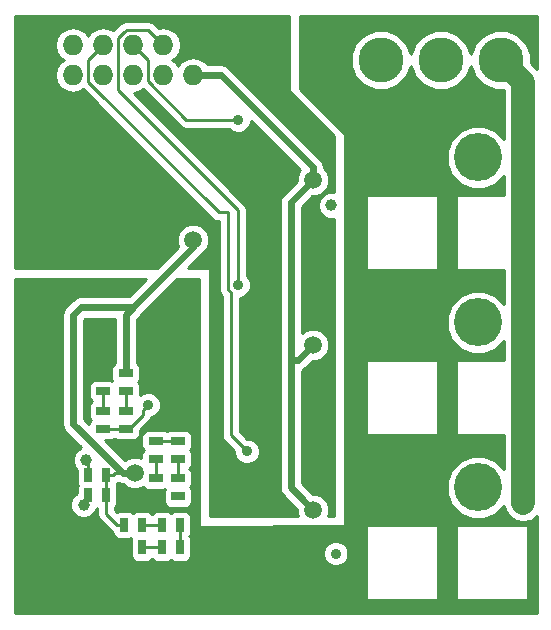
<source format=gbr>
%FSLAX46Y46*%
G04 Gerber Fmt 4.6, Leading zero omitted, Abs format (unit mm)*
G04 Created by KiCad (PCBNEW (2014-10-27 BZR 5228)-product) date 06.12.2014 02:57:52*
%MOMM*%
G01*
G04 APERTURE LIST*
%ADD10C,0.100000*%
%ADD11R,1.727200X1.727200*%
%ADD12O,1.727200X1.727200*%
%ADD13C,3.810000*%
%ADD14R,3.810000X3.810000*%
%ADD15C,4.064000*%
%ADD16R,1.143000X0.635000*%
%ADD17R,0.635000X1.143000*%
%ADD18C,1.500000*%
%ADD19C,2.200000*%
%ADD20C,0.889000*%
%ADD21C,1.000000*%
%ADD22C,0.254000*%
%ADD23C,0.600000*%
%ADD24C,2.000000*%
G04 APERTURE END LIST*
D10*
D11*
X186690000Y-32385000D03*
D12*
X186690000Y-34925000D03*
X184150000Y-32385000D03*
X184150000Y-34925000D03*
X181610000Y-32385000D03*
X181610000Y-34925000D03*
X179070000Y-32385000D03*
X179070000Y-34925000D03*
X176530000Y-32385000D03*
X176530000Y-34925000D03*
D13*
X202565000Y-33655000D03*
X207645000Y-33655000D03*
D14*
X197485000Y-33655000D03*
D13*
X212725000Y-33655000D03*
D15*
X210820000Y-41910000D03*
X210820000Y-69850000D03*
D16*
X185420000Y-67437000D03*
X185420000Y-65913000D03*
X180975000Y-63373000D03*
X180975000Y-64897000D03*
D17*
X184023000Y-73025000D03*
X185547000Y-73025000D03*
D16*
X185420000Y-70612000D03*
X185420000Y-69088000D03*
X183515000Y-67437000D03*
X183515000Y-65913000D03*
X183515000Y-70612000D03*
X183515000Y-69088000D03*
X180975000Y-60198000D03*
X180975000Y-61722000D03*
X179070000Y-63373000D03*
X179070000Y-64897000D03*
X179070000Y-60198000D03*
X179070000Y-61722000D03*
D17*
X180848000Y-73025000D03*
X182372000Y-73025000D03*
X184023000Y-74930000D03*
X185547000Y-74930000D03*
X180848000Y-74930000D03*
X182372000Y-74930000D03*
X177800000Y-68834000D03*
X179324000Y-68834000D03*
X177800000Y-70485000D03*
X179324000Y-70485000D03*
D15*
X210820000Y-55880000D03*
D18*
X181771020Y-68630291D03*
X186690000Y-48895000D03*
D19*
X184150000Y-56515000D03*
D20*
X205740000Y-40005000D03*
X205740000Y-67945000D03*
X174625000Y-53975000D03*
X205740000Y-53975000D03*
D21*
X198374000Y-45974000D03*
D20*
X182880000Y-62865000D03*
X198763940Y-75448770D03*
X214630000Y-71138054D03*
X214630000Y-57253510D03*
X214630000Y-43180000D03*
D18*
X196850000Y-43815000D03*
X196850000Y-57785000D03*
X196850000Y-71755000D03*
X196850000Y-40005000D03*
D20*
X196215000Y-53975000D03*
X196215000Y-67945000D03*
D21*
X177632373Y-67521715D03*
X177429033Y-71322982D03*
D20*
X190500000Y-52705000D03*
X190500000Y-38735000D03*
X191245790Y-66785790D03*
D22*
X179324000Y-70485000D02*
X179324000Y-72072500D01*
X179324000Y-72072500D02*
X180276500Y-73025000D01*
X180276500Y-73025000D02*
X180848000Y-73025000D01*
X179324000Y-70485000D02*
X179324000Y-68834000D01*
X179324000Y-68834000D02*
X179895500Y-68834000D01*
X179895500Y-68834000D02*
X180099209Y-68630291D01*
X180099209Y-68630291D02*
X180710360Y-68630291D01*
D23*
X180710360Y-68630291D02*
X181771020Y-68630291D01*
X176530000Y-64449931D02*
X180710360Y-68630291D01*
X176530000Y-55245000D02*
X176530000Y-64449931D01*
X177165000Y-54610000D02*
X176530000Y-55245000D01*
X181610000Y-54610000D02*
X177165000Y-54610000D01*
X186690000Y-49530000D02*
X186690000Y-48895000D01*
X181610000Y-54610000D02*
X186690000Y-49530000D01*
X180975000Y-60198000D02*
X180975000Y-55245000D01*
X180975000Y-55245000D02*
X181610000Y-54610000D01*
D22*
X183515000Y-69088000D02*
X183515000Y-67437000D01*
X183515000Y-65913000D02*
X185420000Y-65913000D01*
D24*
X205740000Y-53975000D02*
X205740000Y-55530634D01*
D22*
X179070000Y-59626500D02*
X178435000Y-58991500D01*
X179070000Y-60198000D02*
X179070000Y-59626500D01*
X179070000Y-63373000D02*
X179070000Y-61722000D01*
X180975000Y-64897000D02*
X179070000Y-64897000D01*
X182435501Y-63309499D02*
X182880000Y-62865000D01*
X182435501Y-63690499D02*
X182435501Y-63309499D01*
X181229000Y-64897000D02*
X182435501Y-63690499D01*
X180975000Y-64897000D02*
X181229000Y-64897000D01*
X184023000Y-74930000D02*
X182372000Y-74930000D01*
X185547000Y-74930000D02*
X185547000Y-73025000D01*
D24*
X214630000Y-57253510D02*
X214630000Y-71138054D01*
X214630000Y-43180000D02*
X214630000Y-57253510D01*
X212725000Y-33655000D02*
X214630000Y-35560000D01*
X214630000Y-35560000D02*
X214630000Y-43180000D01*
D22*
X214630000Y-57253510D02*
X214630000Y-43815000D01*
D23*
X196850000Y-42754340D02*
X196850000Y-43815000D01*
X189020660Y-34925000D02*
X196850000Y-42754340D01*
X186690000Y-34925000D02*
X189020660Y-34925000D01*
X195465001Y-45199999D02*
X196850000Y-43815000D01*
X194945000Y-59092667D02*
X194945000Y-45720000D01*
X194945000Y-45720000D02*
X195465001Y-45199999D01*
X195542333Y-59092667D02*
X196100001Y-58534999D01*
X194945000Y-59092667D02*
X195542333Y-59092667D01*
X196100001Y-58534999D02*
X196850000Y-57785000D01*
X196100001Y-71005001D02*
X196850000Y-71755000D01*
X194945000Y-69850000D02*
X196100001Y-71005001D01*
X194945000Y-59092667D02*
X194945000Y-69850000D01*
D22*
X185420000Y-67437000D02*
X185420000Y-69088000D01*
X180975000Y-63373000D02*
X180975000Y-61722000D01*
X184023000Y-73025000D02*
X182372000Y-73025000D01*
X177800000Y-68834000D02*
X177800000Y-67689342D01*
X177800000Y-67689342D02*
X177632373Y-67521715D01*
X177800000Y-70485000D02*
X177800000Y-70952015D01*
X177800000Y-70952015D02*
X177429033Y-71322982D01*
X180365399Y-31787591D02*
X180895029Y-31257961D01*
X180895029Y-31257961D02*
X181012591Y-31140399D01*
X180314601Y-31775399D02*
X180832039Y-31257961D01*
X180832039Y-31257961D02*
X180895029Y-31257961D01*
X190500000Y-46355000D02*
X180314601Y-36169601D01*
X180314601Y-36169601D02*
X180314601Y-31775399D01*
X190500000Y-52705000D02*
X190500000Y-46355000D01*
X181012591Y-31140399D02*
X182905399Y-31140399D01*
X182905399Y-31140399D02*
X183286401Y-31521401D01*
X183286401Y-31521401D02*
X184150000Y-32385000D01*
X190500000Y-38735000D02*
X186117990Y-38735000D01*
X186117990Y-38735000D02*
X182854601Y-35471611D01*
X182854601Y-35471611D02*
X182854601Y-33629601D01*
X182854601Y-33629601D02*
X182473599Y-33248599D01*
X182473599Y-33248599D02*
X181610000Y-32385000D01*
X191245790Y-66785790D02*
X189865000Y-65405000D01*
X178206401Y-33248599D02*
X179070000Y-32385000D01*
X189865000Y-65405000D02*
X189865000Y-53340000D01*
X189865000Y-53340000D02*
X189674499Y-53149499D01*
X189674499Y-53149499D02*
X189674499Y-46545501D01*
X189674499Y-46545501D02*
X188848491Y-46545501D01*
X188848491Y-46545501D02*
X177825399Y-35522409D01*
X177825399Y-35522409D02*
X177825399Y-33629601D01*
X177825399Y-33629601D02*
X178206401Y-33248599D01*
G36*
X180040000Y-59345974D02*
X179865173Y-59520801D01*
X179768500Y-59754190D01*
X179768500Y-60006809D01*
X179768500Y-60641809D01*
X179832488Y-60796290D01*
X179767810Y-60769500D01*
X179515191Y-60769500D01*
X178372191Y-60769500D01*
X178138802Y-60866173D01*
X177960173Y-61044801D01*
X177863500Y-61278190D01*
X177863500Y-61530809D01*
X177863500Y-62165809D01*
X177960173Y-62399198D01*
X178108474Y-62547500D01*
X177960173Y-62695801D01*
X177863500Y-62929190D01*
X177863500Y-63181809D01*
X177863500Y-63816809D01*
X177960173Y-64050198D01*
X178044974Y-64134999D01*
X177960173Y-64219801D01*
X177863500Y-64453190D01*
X177863500Y-64461141D01*
X177465000Y-64062641D01*
X177465000Y-55632290D01*
X177552290Y-55545000D01*
X180040000Y-55545000D01*
X180040000Y-59345974D01*
X180040000Y-59345974D01*
G37*
X180040000Y-59345974D02*
X179865173Y-59520801D01*
X179768500Y-59754190D01*
X179768500Y-60006809D01*
X179768500Y-60641809D01*
X179832488Y-60796290D01*
X179767810Y-60769500D01*
X179515191Y-60769500D01*
X178372191Y-60769500D01*
X178138802Y-60866173D01*
X177960173Y-61044801D01*
X177863500Y-61278190D01*
X177863500Y-61530809D01*
X177863500Y-62165809D01*
X177960173Y-62399198D01*
X178108474Y-62547500D01*
X177960173Y-62695801D01*
X177863500Y-62929190D01*
X177863500Y-63181809D01*
X177863500Y-63816809D01*
X177960173Y-64050198D01*
X178044974Y-64134999D01*
X177960173Y-64219801D01*
X177863500Y-64453190D01*
X177863500Y-64461141D01*
X177465000Y-64062641D01*
X177465000Y-55632290D01*
X177552290Y-55545000D01*
X180040000Y-55545000D01*
X180040000Y-59345974D01*
G36*
X215773000Y-80518000D02*
X215011000Y-80518000D01*
X215011000Y-79375000D01*
X215011000Y-73025000D01*
X208915000Y-73025000D01*
X208915000Y-79375000D01*
X215011000Y-79375000D01*
X215011000Y-80518000D01*
X207391000Y-80518000D01*
X207391000Y-79375000D01*
X207391000Y-73025000D01*
X207391000Y-65405000D01*
X207391000Y-59055000D01*
X207391000Y-51435000D01*
X207391000Y-45085000D01*
X201295000Y-45085000D01*
X201295000Y-51435000D01*
X207391000Y-51435000D01*
X207391000Y-59055000D01*
X201295000Y-59055000D01*
X201295000Y-65405000D01*
X207391000Y-65405000D01*
X207391000Y-73025000D01*
X201295000Y-73025000D01*
X201295000Y-79375000D01*
X207391000Y-79375000D01*
X207391000Y-80518000D01*
X199843627Y-80518000D01*
X199843627Y-75234986D01*
X199679629Y-74838081D01*
X199376226Y-74534148D01*
X198979608Y-74369457D01*
X198550156Y-74369083D01*
X198153251Y-74533081D01*
X197849318Y-74836484D01*
X197684627Y-75233102D01*
X197684253Y-75662554D01*
X197848251Y-76059459D01*
X198151654Y-76363392D01*
X198548272Y-76528083D01*
X198977724Y-76528457D01*
X199374629Y-76364459D01*
X199678562Y-76061056D01*
X199843253Y-75664438D01*
X199843627Y-75234986D01*
X199843627Y-80518000D01*
X171577000Y-80518000D01*
X171577000Y-52197000D01*
X182700709Y-52197000D01*
X181222710Y-53675000D01*
X177165000Y-53675000D01*
X176807191Y-53746173D01*
X176503855Y-53948855D01*
X175868855Y-54583855D01*
X175666173Y-54887191D01*
X175595000Y-55245000D01*
X175595000Y-64449931D01*
X175666173Y-64807740D01*
X175868855Y-65111076D01*
X177221281Y-66463502D01*
X176990287Y-66558948D01*
X176670728Y-66877950D01*
X176497570Y-67294959D01*
X176497176Y-67746490D01*
X176669606Y-68163801D01*
X176847500Y-68342005D01*
X176847500Y-68388809D01*
X176847500Y-69531809D01*
X176900391Y-69659499D01*
X176847500Y-69787190D01*
X176847500Y-70039809D01*
X176847500Y-70335194D01*
X176786947Y-70360215D01*
X176467388Y-70679217D01*
X176294230Y-71096226D01*
X176293836Y-71547757D01*
X176466266Y-71965068D01*
X176785268Y-72284627D01*
X177202277Y-72457785D01*
X177653808Y-72458179D01*
X178071119Y-72285749D01*
X178390678Y-71966747D01*
X178562000Y-71554159D01*
X178562000Y-72072500D01*
X178620004Y-72364105D01*
X178785185Y-72611315D01*
X179737684Y-73563815D01*
X179737685Y-73563815D01*
X179895500Y-73669264D01*
X179895500Y-73722809D01*
X179992173Y-73956198D01*
X180170801Y-74134827D01*
X180404190Y-74231500D01*
X180656809Y-74231500D01*
X181291809Y-74231500D01*
X181446290Y-74167511D01*
X181419500Y-74232190D01*
X181419500Y-74484809D01*
X181419500Y-75627809D01*
X181516173Y-75861198D01*
X181694801Y-76039827D01*
X181928190Y-76136500D01*
X182180809Y-76136500D01*
X182815809Y-76136500D01*
X183049198Y-76039827D01*
X183197500Y-75891525D01*
X183345801Y-76039827D01*
X183579190Y-76136500D01*
X183831809Y-76136500D01*
X184466809Y-76136500D01*
X184700198Y-76039827D01*
X184784999Y-75955025D01*
X184869801Y-76039827D01*
X185103190Y-76136500D01*
X185355809Y-76136500D01*
X185990809Y-76136500D01*
X186224198Y-76039827D01*
X186402827Y-75861199D01*
X186499500Y-75627810D01*
X186499500Y-75375191D01*
X186499500Y-74232191D01*
X186402827Y-73998802D01*
X186381525Y-73977500D01*
X186402827Y-73956199D01*
X186499500Y-73722810D01*
X186499500Y-73470191D01*
X186499500Y-72327191D01*
X186402827Y-72093802D01*
X186224199Y-71915173D01*
X185990810Y-71818500D01*
X185738191Y-71818500D01*
X185103191Y-71818500D01*
X184869802Y-71915173D01*
X184785000Y-71999974D01*
X184700199Y-71915173D01*
X184466810Y-71818500D01*
X184214191Y-71818500D01*
X183579191Y-71818500D01*
X183345802Y-71915173D01*
X183197499Y-72063474D01*
X183049199Y-71915173D01*
X182815810Y-71818500D01*
X182563191Y-71818500D01*
X181928191Y-71818500D01*
X181694802Y-71915173D01*
X181610000Y-71999974D01*
X181525199Y-71915173D01*
X181291810Y-71818500D01*
X181039191Y-71818500D01*
X180404191Y-71818500D01*
X180222775Y-71893644D01*
X180086000Y-71756869D01*
X180086000Y-71510025D01*
X180179827Y-71416199D01*
X180276500Y-71182810D01*
X180276500Y-70930191D01*
X180276500Y-69787191D01*
X180223608Y-69659500D01*
X180276500Y-69531810D01*
X180276500Y-69478263D01*
X180302661Y-69460783D01*
X180352551Y-69494118D01*
X180710360Y-69565291D01*
X180747410Y-69565291D01*
X180985456Y-69803752D01*
X181494318Y-70015050D01*
X182045305Y-70015531D01*
X182477094Y-69837119D01*
X182583801Y-69943827D01*
X182817190Y-70040500D01*
X183069809Y-70040500D01*
X184212809Y-70040500D01*
X184277488Y-70013708D01*
X184213500Y-70168190D01*
X184213500Y-70420809D01*
X184213500Y-71055809D01*
X184310173Y-71289198D01*
X184488801Y-71467827D01*
X184722190Y-71564500D01*
X184974809Y-71564500D01*
X186117809Y-71564500D01*
X186351198Y-71467827D01*
X186529827Y-71289199D01*
X186626500Y-71055810D01*
X186626500Y-70803191D01*
X186626500Y-70168191D01*
X186529827Y-69934802D01*
X186445025Y-69850000D01*
X186529827Y-69765199D01*
X186626500Y-69531810D01*
X186626500Y-69279191D01*
X186626500Y-68644191D01*
X186529827Y-68410802D01*
X186381525Y-68262499D01*
X186529827Y-68114199D01*
X186626500Y-67880810D01*
X186626500Y-67628191D01*
X186626500Y-66993191D01*
X186529827Y-66759802D01*
X186445025Y-66675000D01*
X186529827Y-66590199D01*
X186626500Y-66356810D01*
X186626500Y-66104191D01*
X186626500Y-65469191D01*
X186529827Y-65235802D01*
X186351199Y-65057173D01*
X186117810Y-64960500D01*
X185865191Y-64960500D01*
X184722191Y-64960500D01*
X184488802Y-65057173D01*
X184467500Y-65078474D01*
X184446199Y-65057173D01*
X184212810Y-64960500D01*
X183960191Y-64960500D01*
X182817191Y-64960500D01*
X182583802Y-65057173D01*
X182405173Y-65235801D01*
X182308500Y-65469190D01*
X182308500Y-65721809D01*
X182308500Y-66356809D01*
X182405173Y-66590198D01*
X182489974Y-66674999D01*
X182405173Y-66759801D01*
X182308500Y-66993190D01*
X182308500Y-67245809D01*
X182308500Y-67353816D01*
X182047722Y-67245532D01*
X181496735Y-67245051D01*
X180987505Y-67455460D01*
X180922605Y-67520246D01*
X179251859Y-65849500D01*
X179767809Y-65849500D01*
X180001198Y-65752827D01*
X180022499Y-65731525D01*
X180043801Y-65752827D01*
X180277190Y-65849500D01*
X180529809Y-65849500D01*
X181672809Y-65849500D01*
X181906198Y-65752827D01*
X182084827Y-65574199D01*
X182181500Y-65340810D01*
X182181500Y-65088191D01*
X182181500Y-65022130D01*
X182974316Y-64229314D01*
X183139497Y-63982104D01*
X183151699Y-63920756D01*
X183490689Y-63780689D01*
X183794622Y-63477286D01*
X183959313Y-63080668D01*
X183959687Y-62651216D01*
X183795689Y-62254311D01*
X183492286Y-61950378D01*
X183095668Y-61785687D01*
X182666216Y-61785313D01*
X182269311Y-61949311D01*
X182181500Y-62036968D01*
X182181500Y-61913191D01*
X182181500Y-61278191D01*
X182084827Y-61044802D01*
X182000025Y-60960000D01*
X182084827Y-60875199D01*
X182181500Y-60641810D01*
X182181500Y-60389191D01*
X182181500Y-59754191D01*
X182084827Y-59520802D01*
X181910000Y-59345974D01*
X181910000Y-55632290D01*
X182271145Y-55271145D01*
X185345290Y-52197000D01*
X187198000Y-52197000D01*
X187198000Y-73159033D01*
X199517000Y-73151927D01*
X199517000Y-39952395D01*
X195707000Y-36142395D01*
X195707000Y-29972000D01*
X215773000Y-29972000D01*
X215773000Y-34390760D01*
X215264803Y-33882563D01*
X215265440Y-33151979D01*
X214879563Y-32218085D01*
X214165673Y-31502948D01*
X213232454Y-31115441D01*
X212221979Y-31114560D01*
X211288085Y-31500437D01*
X210572948Y-32214327D01*
X210185441Y-33147546D01*
X210185437Y-33151972D01*
X209799563Y-32218085D01*
X209085673Y-31502948D01*
X208152454Y-31115441D01*
X207141979Y-31114560D01*
X206208085Y-31500437D01*
X205492948Y-32214327D01*
X205105441Y-33147546D01*
X205105437Y-33151972D01*
X204719563Y-32218085D01*
X204005673Y-31502948D01*
X203072454Y-31115441D01*
X202061979Y-31114560D01*
X201128085Y-31500437D01*
X200412948Y-32214327D01*
X200025441Y-33147546D01*
X200024560Y-34158021D01*
X200410437Y-35091915D01*
X201124327Y-35807052D01*
X202057546Y-36194559D01*
X203068021Y-36195440D01*
X204001915Y-35809563D01*
X204717052Y-35095673D01*
X205104559Y-34162454D01*
X205104562Y-34158027D01*
X205490437Y-35091915D01*
X206204327Y-35807052D01*
X207137546Y-36194559D01*
X208148021Y-36195440D01*
X209081915Y-35809563D01*
X209797052Y-35095673D01*
X210184559Y-34162454D01*
X210184562Y-34158027D01*
X210570437Y-35091915D01*
X211284327Y-35807052D01*
X212217546Y-36194559D01*
X212952960Y-36195200D01*
X212995000Y-36237239D01*
X212995000Y-40313795D01*
X212332707Y-39650345D01*
X211352827Y-39243464D01*
X210291828Y-39242538D01*
X209311239Y-39647709D01*
X208560345Y-40397293D01*
X208153464Y-41377173D01*
X208152538Y-42438172D01*
X208557709Y-43418761D01*
X209307293Y-44169655D01*
X210287173Y-44576536D01*
X211348172Y-44577462D01*
X212328761Y-44172291D01*
X212995000Y-43507214D01*
X212995000Y-45085000D01*
X208915000Y-45085000D01*
X208915000Y-51435000D01*
X212995000Y-51435000D01*
X212995000Y-54283795D01*
X212332707Y-53620345D01*
X211352827Y-53213464D01*
X210291828Y-53212538D01*
X209311239Y-53617709D01*
X208560345Y-54367293D01*
X208153464Y-55347173D01*
X208152538Y-56408172D01*
X208557709Y-57388761D01*
X209307293Y-58139655D01*
X210287173Y-58546536D01*
X211348172Y-58547462D01*
X212328761Y-58142291D01*
X212995000Y-57477214D01*
X212995000Y-59055000D01*
X208915000Y-59055000D01*
X208915000Y-65405000D01*
X212995000Y-65405000D01*
X212995000Y-68253795D01*
X212332707Y-67590345D01*
X211352827Y-67183464D01*
X210291828Y-67182538D01*
X209311239Y-67587709D01*
X208560345Y-68337293D01*
X208153464Y-69317173D01*
X208152538Y-70378172D01*
X208557709Y-71358761D01*
X209307293Y-72109655D01*
X210287173Y-72516536D01*
X211348172Y-72517462D01*
X212328761Y-72112291D01*
X213046307Y-71395995D01*
X213119457Y-71763741D01*
X213473880Y-72294174D01*
X214004313Y-72648597D01*
X214630000Y-72773054D01*
X215255687Y-72648597D01*
X215773000Y-72302940D01*
X215773000Y-80518000D01*
X215773000Y-80518000D01*
G37*
X215773000Y-80518000D02*
X215011000Y-80518000D01*
X215011000Y-79375000D01*
X215011000Y-73025000D01*
X208915000Y-73025000D01*
X208915000Y-79375000D01*
X215011000Y-79375000D01*
X215011000Y-80518000D01*
X207391000Y-80518000D01*
X207391000Y-79375000D01*
X207391000Y-73025000D01*
X207391000Y-65405000D01*
X207391000Y-59055000D01*
X207391000Y-51435000D01*
X207391000Y-45085000D01*
X201295000Y-45085000D01*
X201295000Y-51435000D01*
X207391000Y-51435000D01*
X207391000Y-59055000D01*
X201295000Y-59055000D01*
X201295000Y-65405000D01*
X207391000Y-65405000D01*
X207391000Y-73025000D01*
X201295000Y-73025000D01*
X201295000Y-79375000D01*
X207391000Y-79375000D01*
X207391000Y-80518000D01*
X199843627Y-80518000D01*
X199843627Y-75234986D01*
X199679629Y-74838081D01*
X199376226Y-74534148D01*
X198979608Y-74369457D01*
X198550156Y-74369083D01*
X198153251Y-74533081D01*
X197849318Y-74836484D01*
X197684627Y-75233102D01*
X197684253Y-75662554D01*
X197848251Y-76059459D01*
X198151654Y-76363392D01*
X198548272Y-76528083D01*
X198977724Y-76528457D01*
X199374629Y-76364459D01*
X199678562Y-76061056D01*
X199843253Y-75664438D01*
X199843627Y-75234986D01*
X199843627Y-80518000D01*
X171577000Y-80518000D01*
X171577000Y-52197000D01*
X182700709Y-52197000D01*
X181222710Y-53675000D01*
X177165000Y-53675000D01*
X176807191Y-53746173D01*
X176503855Y-53948855D01*
X175868855Y-54583855D01*
X175666173Y-54887191D01*
X175595000Y-55245000D01*
X175595000Y-64449931D01*
X175666173Y-64807740D01*
X175868855Y-65111076D01*
X177221281Y-66463502D01*
X176990287Y-66558948D01*
X176670728Y-66877950D01*
X176497570Y-67294959D01*
X176497176Y-67746490D01*
X176669606Y-68163801D01*
X176847500Y-68342005D01*
X176847500Y-68388809D01*
X176847500Y-69531809D01*
X176900391Y-69659499D01*
X176847500Y-69787190D01*
X176847500Y-70039809D01*
X176847500Y-70335194D01*
X176786947Y-70360215D01*
X176467388Y-70679217D01*
X176294230Y-71096226D01*
X176293836Y-71547757D01*
X176466266Y-71965068D01*
X176785268Y-72284627D01*
X177202277Y-72457785D01*
X177653808Y-72458179D01*
X178071119Y-72285749D01*
X178390678Y-71966747D01*
X178562000Y-71554159D01*
X178562000Y-72072500D01*
X178620004Y-72364105D01*
X178785185Y-72611315D01*
X179737684Y-73563815D01*
X179737685Y-73563815D01*
X179895500Y-73669264D01*
X179895500Y-73722809D01*
X179992173Y-73956198D01*
X180170801Y-74134827D01*
X180404190Y-74231500D01*
X180656809Y-74231500D01*
X181291809Y-74231500D01*
X181446290Y-74167511D01*
X181419500Y-74232190D01*
X181419500Y-74484809D01*
X181419500Y-75627809D01*
X181516173Y-75861198D01*
X181694801Y-76039827D01*
X181928190Y-76136500D01*
X182180809Y-76136500D01*
X182815809Y-76136500D01*
X183049198Y-76039827D01*
X183197500Y-75891525D01*
X183345801Y-76039827D01*
X183579190Y-76136500D01*
X183831809Y-76136500D01*
X184466809Y-76136500D01*
X184700198Y-76039827D01*
X184784999Y-75955025D01*
X184869801Y-76039827D01*
X185103190Y-76136500D01*
X185355809Y-76136500D01*
X185990809Y-76136500D01*
X186224198Y-76039827D01*
X186402827Y-75861199D01*
X186499500Y-75627810D01*
X186499500Y-75375191D01*
X186499500Y-74232191D01*
X186402827Y-73998802D01*
X186381525Y-73977500D01*
X186402827Y-73956199D01*
X186499500Y-73722810D01*
X186499500Y-73470191D01*
X186499500Y-72327191D01*
X186402827Y-72093802D01*
X186224199Y-71915173D01*
X185990810Y-71818500D01*
X185738191Y-71818500D01*
X185103191Y-71818500D01*
X184869802Y-71915173D01*
X184785000Y-71999974D01*
X184700199Y-71915173D01*
X184466810Y-71818500D01*
X184214191Y-71818500D01*
X183579191Y-71818500D01*
X183345802Y-71915173D01*
X183197499Y-72063474D01*
X183049199Y-71915173D01*
X182815810Y-71818500D01*
X182563191Y-71818500D01*
X181928191Y-71818500D01*
X181694802Y-71915173D01*
X181610000Y-71999974D01*
X181525199Y-71915173D01*
X181291810Y-71818500D01*
X181039191Y-71818500D01*
X180404191Y-71818500D01*
X180222775Y-71893644D01*
X180086000Y-71756869D01*
X180086000Y-71510025D01*
X180179827Y-71416199D01*
X180276500Y-71182810D01*
X180276500Y-70930191D01*
X180276500Y-69787191D01*
X180223608Y-69659500D01*
X180276500Y-69531810D01*
X180276500Y-69478263D01*
X180302661Y-69460783D01*
X180352551Y-69494118D01*
X180710360Y-69565291D01*
X180747410Y-69565291D01*
X180985456Y-69803752D01*
X181494318Y-70015050D01*
X182045305Y-70015531D01*
X182477094Y-69837119D01*
X182583801Y-69943827D01*
X182817190Y-70040500D01*
X183069809Y-70040500D01*
X184212809Y-70040500D01*
X184277488Y-70013708D01*
X184213500Y-70168190D01*
X184213500Y-70420809D01*
X184213500Y-71055809D01*
X184310173Y-71289198D01*
X184488801Y-71467827D01*
X184722190Y-71564500D01*
X184974809Y-71564500D01*
X186117809Y-71564500D01*
X186351198Y-71467827D01*
X186529827Y-71289199D01*
X186626500Y-71055810D01*
X186626500Y-70803191D01*
X186626500Y-70168191D01*
X186529827Y-69934802D01*
X186445025Y-69850000D01*
X186529827Y-69765199D01*
X186626500Y-69531810D01*
X186626500Y-69279191D01*
X186626500Y-68644191D01*
X186529827Y-68410802D01*
X186381525Y-68262499D01*
X186529827Y-68114199D01*
X186626500Y-67880810D01*
X186626500Y-67628191D01*
X186626500Y-66993191D01*
X186529827Y-66759802D01*
X186445025Y-66675000D01*
X186529827Y-66590199D01*
X186626500Y-66356810D01*
X186626500Y-66104191D01*
X186626500Y-65469191D01*
X186529827Y-65235802D01*
X186351199Y-65057173D01*
X186117810Y-64960500D01*
X185865191Y-64960500D01*
X184722191Y-64960500D01*
X184488802Y-65057173D01*
X184467500Y-65078474D01*
X184446199Y-65057173D01*
X184212810Y-64960500D01*
X183960191Y-64960500D01*
X182817191Y-64960500D01*
X182583802Y-65057173D01*
X182405173Y-65235801D01*
X182308500Y-65469190D01*
X182308500Y-65721809D01*
X182308500Y-66356809D01*
X182405173Y-66590198D01*
X182489974Y-66674999D01*
X182405173Y-66759801D01*
X182308500Y-66993190D01*
X182308500Y-67245809D01*
X182308500Y-67353816D01*
X182047722Y-67245532D01*
X181496735Y-67245051D01*
X180987505Y-67455460D01*
X180922605Y-67520246D01*
X179251859Y-65849500D01*
X179767809Y-65849500D01*
X180001198Y-65752827D01*
X180022499Y-65731525D01*
X180043801Y-65752827D01*
X180277190Y-65849500D01*
X180529809Y-65849500D01*
X181672809Y-65849500D01*
X181906198Y-65752827D01*
X182084827Y-65574199D01*
X182181500Y-65340810D01*
X182181500Y-65088191D01*
X182181500Y-65022130D01*
X182974316Y-64229314D01*
X183139497Y-63982104D01*
X183151699Y-63920756D01*
X183490689Y-63780689D01*
X183794622Y-63477286D01*
X183959313Y-63080668D01*
X183959687Y-62651216D01*
X183795689Y-62254311D01*
X183492286Y-61950378D01*
X183095668Y-61785687D01*
X182666216Y-61785313D01*
X182269311Y-61949311D01*
X182181500Y-62036968D01*
X182181500Y-61913191D01*
X182181500Y-61278191D01*
X182084827Y-61044802D01*
X182000025Y-60960000D01*
X182084827Y-60875199D01*
X182181500Y-60641810D01*
X182181500Y-60389191D01*
X182181500Y-59754191D01*
X182084827Y-59520802D01*
X181910000Y-59345974D01*
X181910000Y-55632290D01*
X182271145Y-55271145D01*
X185345290Y-52197000D01*
X187198000Y-52197000D01*
X187198000Y-73159033D01*
X199517000Y-73151927D01*
X199517000Y-39952395D01*
X195707000Y-36142395D01*
X195707000Y-29972000D01*
X215773000Y-29972000D01*
X215773000Y-34390760D01*
X215264803Y-33882563D01*
X215265440Y-33151979D01*
X214879563Y-32218085D01*
X214165673Y-31502948D01*
X213232454Y-31115441D01*
X212221979Y-31114560D01*
X211288085Y-31500437D01*
X210572948Y-32214327D01*
X210185441Y-33147546D01*
X210185437Y-33151972D01*
X209799563Y-32218085D01*
X209085673Y-31502948D01*
X208152454Y-31115441D01*
X207141979Y-31114560D01*
X206208085Y-31500437D01*
X205492948Y-32214327D01*
X205105441Y-33147546D01*
X205105437Y-33151972D01*
X204719563Y-32218085D01*
X204005673Y-31502948D01*
X203072454Y-31115441D01*
X202061979Y-31114560D01*
X201128085Y-31500437D01*
X200412948Y-32214327D01*
X200025441Y-33147546D01*
X200024560Y-34158021D01*
X200410437Y-35091915D01*
X201124327Y-35807052D01*
X202057546Y-36194559D01*
X203068021Y-36195440D01*
X204001915Y-35809563D01*
X204717052Y-35095673D01*
X205104559Y-34162454D01*
X205104562Y-34158027D01*
X205490437Y-35091915D01*
X206204327Y-35807052D01*
X207137546Y-36194559D01*
X208148021Y-36195440D01*
X209081915Y-35809563D01*
X209797052Y-35095673D01*
X210184559Y-34162454D01*
X210184562Y-34158027D01*
X210570437Y-35091915D01*
X211284327Y-35807052D01*
X212217546Y-36194559D01*
X212952960Y-36195200D01*
X212995000Y-36237239D01*
X212995000Y-40313795D01*
X212332707Y-39650345D01*
X211352827Y-39243464D01*
X210291828Y-39242538D01*
X209311239Y-39647709D01*
X208560345Y-40397293D01*
X208153464Y-41377173D01*
X208152538Y-42438172D01*
X208557709Y-43418761D01*
X209307293Y-44169655D01*
X210287173Y-44576536D01*
X211348172Y-44577462D01*
X212328761Y-44172291D01*
X212995000Y-43507214D01*
X212995000Y-45085000D01*
X208915000Y-45085000D01*
X208915000Y-51435000D01*
X212995000Y-51435000D01*
X212995000Y-54283795D01*
X212332707Y-53620345D01*
X211352827Y-53213464D01*
X210291828Y-53212538D01*
X209311239Y-53617709D01*
X208560345Y-54367293D01*
X208153464Y-55347173D01*
X208152538Y-56408172D01*
X208557709Y-57388761D01*
X209307293Y-58139655D01*
X210287173Y-58546536D01*
X211348172Y-58547462D01*
X212328761Y-58142291D01*
X212995000Y-57477214D01*
X212995000Y-59055000D01*
X208915000Y-59055000D01*
X208915000Y-65405000D01*
X212995000Y-65405000D01*
X212995000Y-68253795D01*
X212332707Y-67590345D01*
X211352827Y-67183464D01*
X210291828Y-67182538D01*
X209311239Y-67587709D01*
X208560345Y-68337293D01*
X208153464Y-69317173D01*
X208152538Y-70378172D01*
X208557709Y-71358761D01*
X209307293Y-72109655D01*
X210287173Y-72516536D01*
X211348172Y-72517462D01*
X212328761Y-72112291D01*
X213046307Y-71395995D01*
X213119457Y-71763741D01*
X213473880Y-72294174D01*
X214004313Y-72648597D01*
X214630000Y-72773054D01*
X215255687Y-72648597D01*
X215773000Y-72302940D01*
X215773000Y-80518000D01*
G36*
X198628000Y-72263000D02*
X198138715Y-72263000D01*
X198234759Y-72031702D01*
X198235240Y-71480715D01*
X198024831Y-70971485D01*
X197635564Y-70581539D01*
X197126702Y-70370241D01*
X196787234Y-70369944D01*
X196761146Y-70343856D01*
X195880000Y-69462710D01*
X195880000Y-59960500D01*
X195900142Y-59956494D01*
X196203478Y-59753812D01*
X196761146Y-59196144D01*
X196787344Y-59169945D01*
X197124285Y-59170240D01*
X197633515Y-58959831D01*
X198023461Y-58570564D01*
X198234759Y-58061702D01*
X198235240Y-57510715D01*
X198024831Y-57001485D01*
X197635564Y-56611539D01*
X197126702Y-56400241D01*
X196575715Y-56399760D01*
X196066485Y-56610169D01*
X195880000Y-56796329D01*
X195880000Y-46107290D01*
X196126146Y-45861144D01*
X196787344Y-45199945D01*
X197124285Y-45200240D01*
X197633515Y-44989831D01*
X198023461Y-44600564D01*
X198234759Y-44091702D01*
X198235240Y-43540715D01*
X198024831Y-43031485D01*
X197785000Y-42791235D01*
X197785000Y-42754340D01*
X197713827Y-42396531D01*
X197511145Y-42093195D01*
X189681805Y-34263855D01*
X189378469Y-34061173D01*
X189020660Y-33990000D01*
X187862330Y-33990000D01*
X187779029Y-33865330D01*
X187292848Y-33540474D01*
X186719359Y-33426400D01*
X186660641Y-33426400D01*
X186087152Y-33540474D01*
X185600971Y-33865330D01*
X185420000Y-34136172D01*
X185239029Y-33865330D01*
X184924248Y-33655000D01*
X185239029Y-33444670D01*
X185563885Y-32958489D01*
X185677959Y-32385000D01*
X185563885Y-31811511D01*
X185239029Y-31325330D01*
X184752848Y-31000474D01*
X184179359Y-30886400D01*
X184120641Y-30886400D01*
X183794003Y-30951372D01*
X183444214Y-30601584D01*
X183197004Y-30436403D01*
X182905399Y-30378399D01*
X181012591Y-30378399D01*
X180720986Y-30436403D01*
X180621967Y-30502564D01*
X180546996Y-30552659D01*
X180546995Y-30552659D01*
X180546994Y-30552660D01*
X180540434Y-30553965D01*
X180293224Y-30719146D01*
X179876092Y-31136277D01*
X179672848Y-31000474D01*
X179099359Y-30886400D01*
X179040641Y-30886400D01*
X178467152Y-31000474D01*
X177980971Y-31325330D01*
X177800000Y-31596172D01*
X177619029Y-31325330D01*
X177132848Y-31000474D01*
X176559359Y-30886400D01*
X176500641Y-30886400D01*
X175927152Y-31000474D01*
X175440971Y-31325330D01*
X175116115Y-31811511D01*
X175002041Y-32385000D01*
X175116115Y-32958489D01*
X175440971Y-33444670D01*
X175755751Y-33655000D01*
X175440971Y-33865330D01*
X175116115Y-34351511D01*
X175002041Y-34925000D01*
X175116115Y-35498489D01*
X175440971Y-35984670D01*
X175927152Y-36309526D01*
X176500641Y-36423600D01*
X176559359Y-36423600D01*
X177132848Y-36309526D01*
X177373852Y-36148492D01*
X188309675Y-47084316D01*
X188309676Y-47084316D01*
X188556886Y-47249497D01*
X188848491Y-47307501D01*
X188912499Y-47307501D01*
X188912499Y-53149499D01*
X188970503Y-53441104D01*
X189103000Y-53639399D01*
X189103000Y-65405000D01*
X189161004Y-65696605D01*
X189326185Y-65943815D01*
X190166290Y-66783920D01*
X190166103Y-66999574D01*
X190330101Y-67396479D01*
X190633504Y-67700412D01*
X191030122Y-67865103D01*
X191459574Y-67865477D01*
X191856479Y-67701479D01*
X192160412Y-67398076D01*
X192325103Y-67001458D01*
X192325477Y-66572006D01*
X192161479Y-66175101D01*
X191858076Y-65871168D01*
X191461458Y-65706477D01*
X191243917Y-65706287D01*
X190627000Y-65089370D01*
X190627000Y-53784611D01*
X190713784Y-53784687D01*
X191110689Y-53620689D01*
X191414622Y-53317286D01*
X191579313Y-52920668D01*
X191579687Y-52491216D01*
X191415689Y-52094311D01*
X191262000Y-51940353D01*
X191262000Y-46355000D01*
X191203996Y-46063395D01*
X191038815Y-45816185D01*
X191038815Y-45816184D01*
X181645090Y-36422460D01*
X182212848Y-36309526D01*
X182453852Y-36148492D01*
X185579175Y-39273815D01*
X185826385Y-39438996D01*
X185826386Y-39438996D01*
X186117990Y-39497000D01*
X189735358Y-39497000D01*
X189887714Y-39649622D01*
X190284332Y-39814313D01*
X190713784Y-39814687D01*
X191110689Y-39650689D01*
X191414622Y-39347286D01*
X191579313Y-38950668D01*
X191579438Y-38806068D01*
X195739727Y-42966357D01*
X195676539Y-43029436D01*
X195465241Y-43538298D01*
X195464944Y-43877765D01*
X194803856Y-44538854D01*
X194283855Y-45058855D01*
X194081173Y-45362191D01*
X194010000Y-45720000D01*
X194010000Y-59092667D01*
X194010000Y-69850000D01*
X194081173Y-70207809D01*
X194283855Y-70511145D01*
X195438856Y-71666146D01*
X195465054Y-71692344D01*
X195464760Y-72029285D01*
X195561328Y-72263000D01*
X188087000Y-72263000D01*
X188087000Y-51308000D01*
X186234290Y-51308000D01*
X187351145Y-50191145D01*
X187416449Y-50093410D01*
X187473515Y-50069831D01*
X187863461Y-49680564D01*
X188074759Y-49171702D01*
X188075240Y-48620715D01*
X187864831Y-48111485D01*
X187475564Y-47721539D01*
X186966702Y-47510241D01*
X186415715Y-47509760D01*
X185906485Y-47720169D01*
X185516539Y-48109436D01*
X185305241Y-48618298D01*
X185304760Y-49169285D01*
X185428631Y-49469078D01*
X183589710Y-51308000D01*
X171577000Y-51308000D01*
X171577000Y-29972000D01*
X194818000Y-29972000D01*
X194818000Y-36247605D01*
X198628000Y-40057605D01*
X198628000Y-44850509D01*
X198600756Y-44839197D01*
X198149225Y-44838803D01*
X197731914Y-45011233D01*
X197412355Y-45330235D01*
X197239197Y-45747244D01*
X197238803Y-46198775D01*
X197411233Y-46616086D01*
X197730235Y-46935645D01*
X198147244Y-47108803D01*
X198598775Y-47109197D01*
X198628000Y-47097121D01*
X198628000Y-72263000D01*
X198628000Y-72263000D01*
G37*
X198628000Y-72263000D02*
X198138715Y-72263000D01*
X198234759Y-72031702D01*
X198235240Y-71480715D01*
X198024831Y-70971485D01*
X197635564Y-70581539D01*
X197126702Y-70370241D01*
X196787234Y-70369944D01*
X196761146Y-70343856D01*
X195880000Y-69462710D01*
X195880000Y-59960500D01*
X195900142Y-59956494D01*
X196203478Y-59753812D01*
X196761146Y-59196144D01*
X196787344Y-59169945D01*
X197124285Y-59170240D01*
X197633515Y-58959831D01*
X198023461Y-58570564D01*
X198234759Y-58061702D01*
X198235240Y-57510715D01*
X198024831Y-57001485D01*
X197635564Y-56611539D01*
X197126702Y-56400241D01*
X196575715Y-56399760D01*
X196066485Y-56610169D01*
X195880000Y-56796329D01*
X195880000Y-46107290D01*
X196126146Y-45861144D01*
X196787344Y-45199945D01*
X197124285Y-45200240D01*
X197633515Y-44989831D01*
X198023461Y-44600564D01*
X198234759Y-44091702D01*
X198235240Y-43540715D01*
X198024831Y-43031485D01*
X197785000Y-42791235D01*
X197785000Y-42754340D01*
X197713827Y-42396531D01*
X197511145Y-42093195D01*
X189681805Y-34263855D01*
X189378469Y-34061173D01*
X189020660Y-33990000D01*
X187862330Y-33990000D01*
X187779029Y-33865330D01*
X187292848Y-33540474D01*
X186719359Y-33426400D01*
X186660641Y-33426400D01*
X186087152Y-33540474D01*
X185600971Y-33865330D01*
X185420000Y-34136172D01*
X185239029Y-33865330D01*
X184924248Y-33655000D01*
X185239029Y-33444670D01*
X185563885Y-32958489D01*
X185677959Y-32385000D01*
X185563885Y-31811511D01*
X185239029Y-31325330D01*
X184752848Y-31000474D01*
X184179359Y-30886400D01*
X184120641Y-30886400D01*
X183794003Y-30951372D01*
X183444214Y-30601584D01*
X183197004Y-30436403D01*
X182905399Y-30378399D01*
X181012591Y-30378399D01*
X180720986Y-30436403D01*
X180621967Y-30502564D01*
X180546996Y-30552659D01*
X180546995Y-30552659D01*
X180546994Y-30552660D01*
X180540434Y-30553965D01*
X180293224Y-30719146D01*
X179876092Y-31136277D01*
X179672848Y-31000474D01*
X179099359Y-30886400D01*
X179040641Y-30886400D01*
X178467152Y-31000474D01*
X177980971Y-31325330D01*
X177800000Y-31596172D01*
X177619029Y-31325330D01*
X177132848Y-31000474D01*
X176559359Y-30886400D01*
X176500641Y-30886400D01*
X175927152Y-31000474D01*
X175440971Y-31325330D01*
X175116115Y-31811511D01*
X175002041Y-32385000D01*
X175116115Y-32958489D01*
X175440971Y-33444670D01*
X175755751Y-33655000D01*
X175440971Y-33865330D01*
X175116115Y-34351511D01*
X175002041Y-34925000D01*
X175116115Y-35498489D01*
X175440971Y-35984670D01*
X175927152Y-36309526D01*
X176500641Y-36423600D01*
X176559359Y-36423600D01*
X177132848Y-36309526D01*
X177373852Y-36148492D01*
X188309675Y-47084316D01*
X188309676Y-47084316D01*
X188556886Y-47249497D01*
X188848491Y-47307501D01*
X188912499Y-47307501D01*
X188912499Y-53149499D01*
X188970503Y-53441104D01*
X189103000Y-53639399D01*
X189103000Y-65405000D01*
X189161004Y-65696605D01*
X189326185Y-65943815D01*
X190166290Y-66783920D01*
X190166103Y-66999574D01*
X190330101Y-67396479D01*
X190633504Y-67700412D01*
X191030122Y-67865103D01*
X191459574Y-67865477D01*
X191856479Y-67701479D01*
X192160412Y-67398076D01*
X192325103Y-67001458D01*
X192325477Y-66572006D01*
X192161479Y-66175101D01*
X191858076Y-65871168D01*
X191461458Y-65706477D01*
X191243917Y-65706287D01*
X190627000Y-65089370D01*
X190627000Y-53784611D01*
X190713784Y-53784687D01*
X191110689Y-53620689D01*
X191414622Y-53317286D01*
X191579313Y-52920668D01*
X191579687Y-52491216D01*
X191415689Y-52094311D01*
X191262000Y-51940353D01*
X191262000Y-46355000D01*
X191203996Y-46063395D01*
X191038815Y-45816185D01*
X191038815Y-45816184D01*
X181645090Y-36422460D01*
X182212848Y-36309526D01*
X182453852Y-36148492D01*
X185579175Y-39273815D01*
X185826385Y-39438996D01*
X185826386Y-39438996D01*
X186117990Y-39497000D01*
X189735358Y-39497000D01*
X189887714Y-39649622D01*
X190284332Y-39814313D01*
X190713784Y-39814687D01*
X191110689Y-39650689D01*
X191414622Y-39347286D01*
X191579313Y-38950668D01*
X191579438Y-38806068D01*
X195739727Y-42966357D01*
X195676539Y-43029436D01*
X195465241Y-43538298D01*
X195464944Y-43877765D01*
X194803856Y-44538854D01*
X194283855Y-45058855D01*
X194081173Y-45362191D01*
X194010000Y-45720000D01*
X194010000Y-59092667D01*
X194010000Y-69850000D01*
X194081173Y-70207809D01*
X194283855Y-70511145D01*
X195438856Y-71666146D01*
X195465054Y-71692344D01*
X195464760Y-72029285D01*
X195561328Y-72263000D01*
X188087000Y-72263000D01*
X188087000Y-51308000D01*
X186234290Y-51308000D01*
X187351145Y-50191145D01*
X187416449Y-50093410D01*
X187473515Y-50069831D01*
X187863461Y-49680564D01*
X188074759Y-49171702D01*
X188075240Y-48620715D01*
X187864831Y-48111485D01*
X187475564Y-47721539D01*
X186966702Y-47510241D01*
X186415715Y-47509760D01*
X185906485Y-47720169D01*
X185516539Y-48109436D01*
X185305241Y-48618298D01*
X185304760Y-49169285D01*
X185428631Y-49469078D01*
X183589710Y-51308000D01*
X171577000Y-51308000D01*
X171577000Y-29972000D01*
X194818000Y-29972000D01*
X194818000Y-36247605D01*
X198628000Y-40057605D01*
X198628000Y-44850509D01*
X198600756Y-44839197D01*
X198149225Y-44838803D01*
X197731914Y-45011233D01*
X197412355Y-45330235D01*
X197239197Y-45747244D01*
X197238803Y-46198775D01*
X197411233Y-46616086D01*
X197730235Y-46935645D01*
X198147244Y-47108803D01*
X198598775Y-47109197D01*
X198628000Y-47097121D01*
X198628000Y-72263000D01*
M02*

</source>
